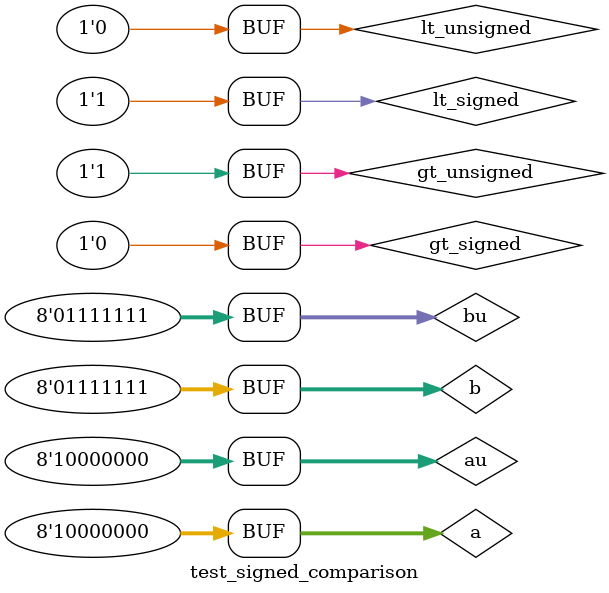
<source format=v>

module test_signed_comparison;
  reg signed [7:0] a, b;
  reg [7:0] au, bu;
  wire lt_signed, lt_unsigned;
  wire gt_signed, gt_unsigned;

  assign lt_signed = a < b;
  assign lt_unsigned = au < bu;
  assign gt_signed = a > b;
  assign gt_unsigned = au > bu;

  initial begin
    a = -1; b = 1;      // -1 < 1 (signed)
    au = -1; bu = 1;    // 255 > 1 (unsigned)

    #10;
    a = -128; b = 127;  // Min vs max
    au = -128; bu = 127;
  end
endmodule

</source>
